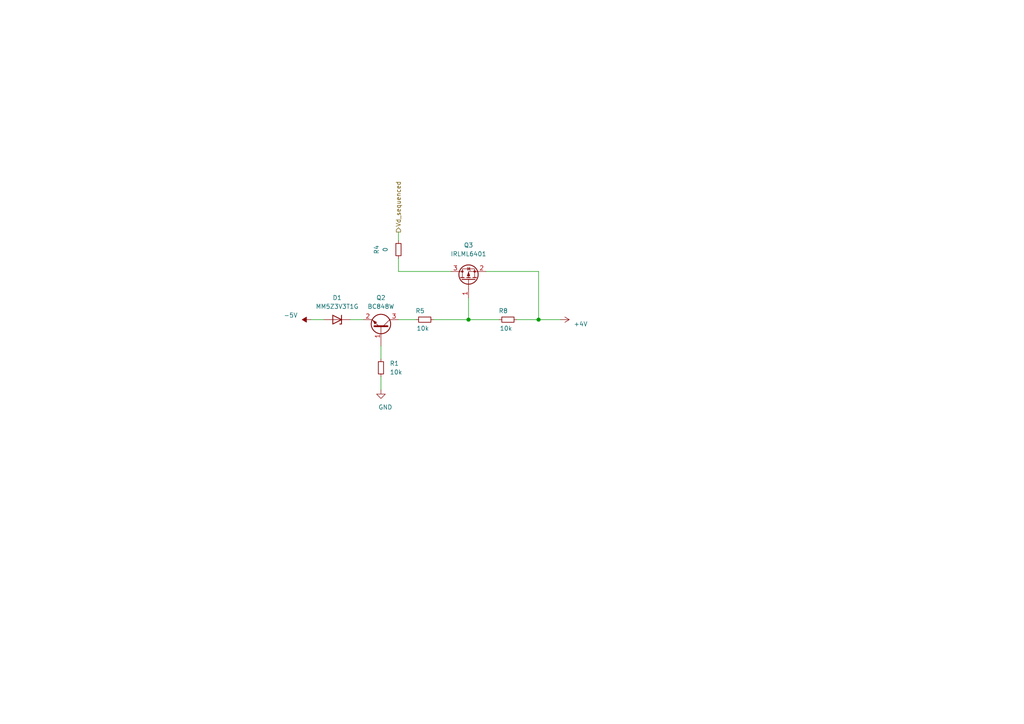
<source format=kicad_sch>
(kicad_sch (version 20210126) (generator eeschema)
  (paper "A4")
  (lib_symbols
    (symbol "Device:R_Small" (pin_numbers hide) (pin_names (offset 0.254) hide)
      (property "Reference" "R" (at 0.762 0.508 0))
      (property "Value" "R_Small" (at 0.762 -1.016 0))
      (symbol "R_Small_0_1"
        (rectangle (start -0.762 1.778) (end 0.762 -1.778) (stroke (width 0.2032)))
      )
      (symbol "R_Small_1_1"
        (pin passive line (at 0 2.54 270) (length 0.762) (name "~") (number "1"))
        (pin passive line (at 0 -2.54 90) (length 0.762) (name "~") (number "2"))
      )
    )
    (symbol "Diode:MM5Zxx" (pin_numbers hide) (pin_names (offset 1.016) hide)
      (property "Reference" "D" (at 0 2.54 0))
      (property "Value" "MM5Zxx" (at 0 -2.54 0))
      (symbol "MM5Zxx_0_1"
        (polyline (pts (xy 1.27 0) (xy -1.27 0)))
        (polyline (pts (xy -1.27 -1.27) (xy -1.27 1.27) (xy -0.762 1.27)) (stroke (width 0.254)))
        (polyline (pts (xy 1.27 -1.27) (xy 1.27 1.27) (xy -1.27 0) (xy 1.27 -1.27)) (stroke (width 0.254)))
      )
      (symbol "MM5Zxx_1_1"
        (pin passive line (at -3.81 0 0) (length 2.54) (name "K") (number "1"))
        (pin passive line (at 3.81 0 180) (length 2.54) (name "A") (number "2"))
      )
    )
    (symbol "Transistor_BJT:BC848W" (pin_names (offset 0) hide)
      (property "Reference" "Q" (at 5.08 1.905 0))
      (property "Value" "BC848W" (at 5.08 0 0))
      (symbol "BC848W_0_1"
        (circle (center 1.27 0) (radius 2.8194) (stroke (width 0.254)))
        (polyline (pts (xy 0.635 0.635) (xy 2.54 2.54)))
        (polyline (pts (xy 0.635 -0.635) (xy 2.54 -2.54) (xy 2.54 -2.54)))
        (polyline (pts (xy 0.635 1.905) (xy 0.635 -1.905) (xy 0.635 -1.905)) (stroke (width 0.508)))
        (polyline (pts (xy 1.27 -1.778) (xy 1.778 -1.27) (xy 2.286 -2.286) (xy 1.27 -1.778) (xy 1.27 -1.778)) (fill (type outline)))
      )
      (symbol "BC848W_1_1"
        (pin input line (at -5.08 0 0) (length 5.715) (name "B") (number "1"))
        (pin passive line (at 2.54 -5.08 90) (length 2.54) (name "E") (number "2"))
        (pin passive line (at 2.54 5.08 270) (length 2.54) (name "C") (number "3"))
      )
    )
    (symbol "Transistor_FET:IRLML6401" (pin_names hide)
      (property "Reference" "Q" (at 5.08 1.905 0))
      (property "Value" "IRLML6401" (at 5.08 0 0))
      (symbol "IRLML6401_0_1"
        (circle (center 1.651 0) (radius 2.794) (stroke (width 0.254)))
        (circle (center 2.54 -1.778) (radius 0.254) (fill (type outline)))
        (circle (center 2.54 1.778) (radius 0.254) (fill (type outline)))
        (polyline (pts (xy 0.254 0) (xy -2.54 0)))
        (polyline (pts (xy 0.254 1.905) (xy 0.254 -1.905)) (stroke (width 0.254)))
        (polyline (pts (xy 0.762 -1.27) (xy 0.762 -2.286)) (stroke (width 0.254)))
        (polyline (pts (xy 0.762 0.508) (xy 0.762 -0.508)) (stroke (width 0.254)))
        (polyline (pts (xy 0.762 2.286) (xy 0.762 1.27)) (stroke (width 0.254)))
        (polyline (pts (xy 2.54 2.54) (xy 2.54 1.778)))
        (polyline (pts (xy 2.54 -2.54) (xy 2.54 0) (xy 0.762 0)))
        (polyline (pts (xy 0.762 1.778) (xy 3.302 1.778) (xy 3.302 -1.778) (xy 0.762 -1.778)))
        (polyline (pts (xy 2.794 -0.508) (xy 2.921 -0.381) (xy 3.683 -0.381) (xy 3.81 -0.254)))
        (polyline (pts (xy 3.302 -0.381) (xy 2.921 0.254) (xy 3.683 0.254) (xy 3.302 -0.381)))
        (polyline (pts (xy 2.286 0) (xy 1.27 0.381) (xy 1.27 -0.381) (xy 2.286 0)) (fill (type outline)))
      )
      (symbol "IRLML6401_1_1"
        (pin input line (at -5.08 0 0) (length 2.54) (name "G") (number "1"))
        (pin passive line (at 2.54 -5.08 90) (length 2.54) (name "S") (number "2"))
        (pin passive line (at 2.54 5.08 270) (length 2.54) (name "D") (number "3"))
      )
    )
    (symbol "power:+4V" (power) (pin_names (offset 0))
      (property "Value" "+4V" (at 0 3.556 0))
      (symbol "+4V_0_1"
        (polyline (pts (xy -0.762 1.27) (xy 0 2.54)))
        (polyline (pts (xy 0 0) (xy 0 2.54)))
        (polyline (pts (xy 0 2.54) (xy 0.762 1.27)))
      )
      (symbol "+4V_1_1"
        (pin power_in line (at 0 0 90) (length 0) hide (name "+4V") (number "1"))
      )
    )
    (symbol "power:-5V" (power) (pin_names (offset 0))
      (property "Value" "-5V" (at 0 3.81 0))
      (symbol "-5V_0_0"
        (pin power_in line (at 0 0 90) (length 0) hide (name "-5V") (number "1"))
      )
      (symbol "-5V_0_1"
        (polyline (pts (xy 0 0) (xy 0 1.27) (xy 0.762 1.27) (xy 0 2.54) (xy -0.762 1.27) (xy 0 1.27)) (fill (type outline)))
      )
    )
    (symbol "power:GND" (power) (pin_names (offset 0))
      (property "Value" "GND" (at 0 -3.81 0))
      (symbol "GND_0_1"
        (polyline (pts (xy 0 0) (xy 0 -1.27) (xy 1.27 -1.27) (xy 0 -2.54) (xy -1.27 -1.27) (xy 0 -1.27)))
      )
      (symbol "GND_1_1"
        (pin power_in line (at 0 0 270) (length 0) hide (name "GND") (number "1"))
      )
    )
  )
  (junction (at 135.89 92.71) (diameter 1.016))
  (junction (at 156.21 92.71) (diameter 1.016))
  (wire (pts (xy 90.17 92.71) (xy 93.98 92.71)))
  (wire (pts (xy 101.6 92.71) (xy 105.41 92.71)))
  (wire (pts (xy 110.49 100.33) (xy 110.49 104.14)))
  (wire (pts (xy 110.49 109.22) (xy 110.49 113.03)))
  (wire (pts (xy 115.57 67.31) (xy 115.57 69.85)))
  (wire (pts (xy 115.57 74.93) (xy 115.57 78.74)))
  (wire (pts (xy 115.57 78.74) (xy 130.81 78.74)))
  (wire (pts (xy 115.57 92.71) (xy 120.65 92.71)))
  (wire (pts (xy 125.73 92.71) (xy 135.89 92.71)))
  (wire (pts (xy 135.89 92.71) (xy 135.89 86.36)))
  (wire (pts (xy 135.89 92.71) (xy 144.78 92.71)))
  (wire (pts (xy 140.97 78.74) (xy 156.21 78.74)))
  (wire (pts (xy 149.86 92.71) (xy 156.21 92.71)))
  (wire (pts (xy 156.21 78.74) (xy 156.21 92.71)))
  (wire (pts (xy 156.21 92.71) (xy 162.56 92.71)))
  (hierarchical_label "Vd_sequenced" (shape output) (at 115.57 67.31 90))
  (symbol (lib_id "power:-5V") (at 90.17 92.71 90) (unit 1)
    (property "Reference" "#PWR01" (effects hide))
    (property "Value" "-5V" (at 86.36 91.44 90) (effects (justify left)))
  )
  (symbol (lib_id "power:+4V") (at 162.56 92.71 270) (unit 1)
    (property "Reference" "#PWR03" (effects hide))
    (property "Value" "+4V" (at 166.37 93.98 90) (effects (justify left)))
  )
  (symbol (lib_id "power:GND") (at 110.49 113.03 0) (unit 1)
    (property "Reference" "#PWR02" (effects hide))
    (property "Value" "GND" (at 111.76 118.11 0))
  )
  (symbol (lib_id "Device:R_Small") (at 110.49 106.68 0) (unit 1)
    (property "Reference" "R1" (at 113.03 105.41 0) (effects (justify left)))
    (property "Value" "10k" (at 113.03 107.95 0) (effects (justify left)))
    (property "Footprint" "Resistor_SMD:R_0402_1005Metric" (effects hide))
  )
  (symbol (lib_id "Device:R_Small") (at 115.57 72.39 180) (unit 1)
    (property "Reference" "R4" (at 109.22 72.39 90))
    (property "Value" "0" (at 111.76 72.39 90))
    (property "Footprint" "Resistor_SMD:R_0402_1005Metric" (effects hide))
  )
  (symbol (lib_id "Device:R_Small") (at 123.19 92.71 90) (unit 1)
    (property "Reference" "R5" (at 123.19 90.17 90) (effects (justify left)))
    (property "Value" "10k" (at 124.46 95.25 90) (effects (justify left)))
    (property "Footprint" "Resistor_SMD:R_0402_1005Metric" (effects hide))
  )
  (symbol (lib_id "Device:R_Small") (at 147.32 92.71 90) (unit 1)
    (property "Reference" "R8" (at 147.32 90.17 90) (effects (justify left)))
    (property "Value" "10k" (at 148.59 95.25 90) (effects (justify left)))
    (property "Footprint" "Resistor_SMD:R_0402_1005Metric" (effects hide))
  )
  (symbol (lib_id "Diode:MM5Zxx") (at 97.79 92.71 180) (unit 1)
    (property "Reference" "D1" (at 97.79 86.36 0))
    (property "Value" "MM5Z3V3T1G" (at 97.79 88.9 0))
    (property "Footprint" "Diode_SMD:D_SOD-523" (effects hide))
    (property "Datasheet" "https://diotec.com/tl_files/diotec/files/pdf/datasheets/mm5z2v4.pdf" (effects hide))
  )
  (symbol (lib_id "Transistor_BJT:BC848W") (at 110.49 95.25 270) (mirror x) (unit 1)
    (property "Reference" "Q2" (at 110.49 86.36 90))
    (property "Value" "BC848W" (at 110.49 88.9 90))
    (property "Footprint" "Package_TO_SOT_SMD:SOT-323_SC-70" (effects hide))
    (property "Datasheet" "http://www.infineon.com/dgdl/Infineon-BC847SERIES_BC848SERIES_BC849SERIES_BC850SERIES-DS-v01_01-en.pdf?fileId=db3a304314dca389011541d4630a1657" (effects hide))
  )
  (symbol (lib_id "Transistor_FET:IRLML6401") (at 135.89 81.28 90) (unit 1)
    (property "Reference" "Q3" (at 135.89 71.12 90))
    (property "Value" "IRLML6401" (at 135.89 73.66 90))
    (property "Footprint" "Package_TO_SOT_SMD:SOT-23" (effects hide))
    (property "Datasheet" "https://www.infineon.com/dgdl/irlml6401pbf.pdf?fileId=5546d462533600a401535668b96d2634" (effects hide))
  )
)
</source>
